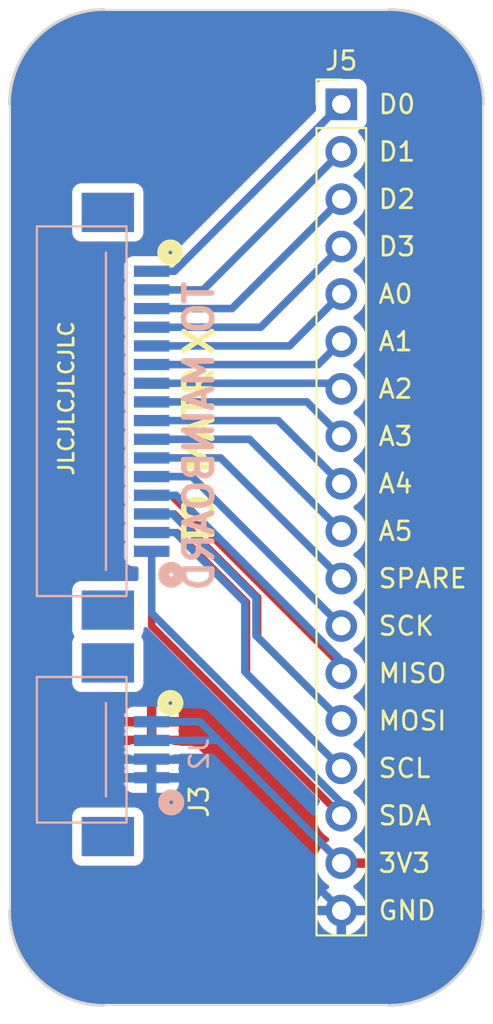
<source format=kicad_pcb>
(kicad_pcb (version 20221018) (generator pcbnew)
  (layers (0 "F.Cu" signal) (31 "B.Cu" signal) (34 "B.Paste" user) (35 "F.Paste" user) (36 "B.SilkS" user "B.Silkscreen") (37 "F.SilkS" user "F.Silkscreen") (38 "B.Mask" user) (39 "F.Mask" user) (44 "Edge.Cuts" user))
  (net 0 "")
  (net 1 "GND")
  (net 2 "SCK")
  (net 3 "MISO")
  (net 4 "MOSI")
  (net 5 "SCL")
  (net 6 "SDA")
  (net 7 "SPARE")
  (net 8 "A5")
  (net 9 "D1")
  (net 10 "A1")
  (net 11 "A0")
  (net 12 "A2")
  (net 13 "D3")
  (net 14 "D0")
  (net 15 "D2")
  (net 16 "A3")
  (net 17 "A4")
  (net 18 "+3V3")
  (footprint "Connector_PinHeader_2.54mm:PinHeader_1x18_P2.54mm_Vertical" (layer "F.Cu") (at 78.74 81.28)
    (fp_text reference "J5" (at 0 -2.33) (layer "F.SilkS"))
    (fp_text value "Conn_01x18")
    (fp_line (start -1.33 -1.33) (end 0 -1.33) (stroke (width 0.12)) (layer "F.SilkS"))
    (fp_line (start -1.33 0) (end -1.33 -1.33) (stroke (width 0.12)) (layer "F.SilkS"))
    (fp_line (start -1.33 1.27) (end -1.33 44.51) (stroke (width 0.12)) (layer "F.SilkS"))
    (fp_line (start -1.33 1.27) (end 1.33 1.27) (stroke (width 0.12)) (layer "F.SilkS"))
    (fp_line (start -1.33 44.51) (end 1.33 44.51) (stroke (width 0.12)) (layer "F.SilkS"))
    (fp_line (start 1.33 1.27) (end 1.33 44.51) (stroke (width 0.12)) (layer "F.SilkS"))
    (pad "1" thru_hole rect (at 0 0) (size 1.7 1.7) (drill 1) (layers "*.Cu" "*.Mask") (net 14 "D0"))
    (pad "2" thru_hole oval (at 0 2.54) (size 1.7 1.7) (drill 1) (layers "*.Cu" "*.Mask") (net 9 "D1"))
    (pad "3" thru_hole oval (at 0 5.08) (size 1.7 1.7) (drill 1) (layers "*.Cu" "*.Mask") (net 15 "D2"))
    (pad "4" thru_hole oval (at 0 7.62) (size 1.7 1.7) (drill 1) (layers "*.Cu" "*.Mask") (net 13 "D3"))
    (pad "5" thru_hole oval (at 0 10.16) (size 1.7 1.7) (drill 1) (layers "*.Cu" "*.Mask") (net 11 "A0"))
    (pad "6" thru_hole oval (at 0 12.7) (size 1.7 1.7) (drill 1) (layers "*.Cu" "*.Mask") (net 10 "A1"))
    (pad "7" thru_hole oval (at 0 15.24) (size 1.7 1.7) (drill 1) (layers "*.Cu" "*.Mask") (net 12 "A2"))
    (pad "8" thru_hole oval (at 0 17.78) (size 1.7 1.7) (drill 1) (layers "*.Cu" "*.Mask") (net 16 "A3"))
    (pad "9" thru_hole oval (at 0 20.32) (size 1.7 1.7) (drill 1) (layers "*.Cu" "*.Mask") (net 17 "A4"))
    (pad "10" thru_hole oval (at 0 22.86) (size 1.7 1.7) (drill 1) (layers "*.Cu" "*.Mask") (net 8 "A5"))
    (pad "11" thru_hole oval (at 0 25.4) (size 1.7 1.7) (drill 1) (layers "*.Cu" "*.Mask") (net 7 "SPARE"))
    (pad "12" thru_hole oval (at 0 27.94) (size 1.7 1.7) (drill 1) (layers "*.Cu" "*.Mask") (net 2 "SCK"))
    (pad "13" thru_hole oval (at 0 30.48) (size 1.7 1.7) (drill 1) (layers "*.Cu" "*.Mask") (net 3 "MISO"))
    (pad "14" thru_hole oval (at 0 33.02) (size 1.7 1.7) (drill 1) (layers "*.Cu" "*.Mask") (net 4 "MOSI"))
    (pad "15" thru_hole oval (at 0 35.56) (size 1.7 1.7) (drill 1) (layers "*.Cu" "*.Mask") (net 5 "SCL"))
    (pad "16" thru_hole oval (at 0 38.1) (size 1.7 1.7) (drill 1) (layers "*.Cu" "*.Mask") (net 6 "SDA"))
    (pad "17" thru_hole oval (at 0 40.64) (size 1.7 1.7) (drill 1) (layers "*.Cu" "*.Mask") (net 18 "+3V3"))
    (pad "18" thru_hole oval (at 0 43.18) (size 1.7 1.7) (drill 1) (layers "*.Cu" "*.Mask") (net 1 "GND"))
  )
  (footprint "Gigahawk:QUARTET_RECV_MAIN" (layer "F.Cu") (at 68.58 117.348 -90)
    (fp_text reference "J3" (at 1.27 -2.54 90) (layer "F.SilkS"))
    (fp_text value "QUARTET_RECV")
    (fp_line (start -29.53 1.35) (end -29.53 6.15) (stroke (width 0.12)) (layer "F.SilkS"))
    (fp_line (start -29.53 1.35) (end -9.73 1.35) (stroke (width 0.12)) (layer "F.SilkS"))
    (fp_line (start -29.53 6.15) (end -9.73 6.15) (stroke (width 0.12)) (layer "F.SilkS"))
    (fp_line (start -28.13 2.45) (end -11.13 2.45) (stroke (width 0.12)) (layer "F.SilkS"))
    (fp_line (start -9.73 6.15) (end -9.73 1.35) (stroke (width 0.12)) (layer "F.SilkS"))
    (fp_line (start -5.4 1.35) (end -5.4 6.15) (stroke (width 0.12)) (layer "F.SilkS"))
    (fp_line (start -5.4 1.35) (end 2.4 1.35) (stroke (width 0.12)) (layer "F.SilkS"))
    (fp_line (start -5.4 6.15) (end 2.4 6.15) (stroke (width 0.12)) (layer "F.SilkS"))
    (fp_line (start -4 2.45) (end 1 2.45) (stroke (width 0.12)) (layer "F.SilkS"))
    (fp_line (start 2.4 6.15) (end 2.4 1.35) (stroke (width 0.12)) (layer "F.SilkS"))
    (fp_circle (center -28.13 -1) (end -28.03 -1) (stroke (width 0.6)) (fill none) (layer "F.SilkS"))
    (fp_circle (center -4 -1) (end -3.9 -1) (stroke (width 0.6)) (fill none) (layer "F.SilkS"))
    (pad "1" smd rect (at -27.13 0 270) (size 0.6 1.9) (layers "F.Cu" "F.Paste" "F.Mask") (net 14 "D0"))
    (pad "2" smd rect (at -26.13 0 270) (size 0.6 1.9) (layers "F.Cu" "F.Paste" "F.Mask") (net 9 "D1"))
    (pad "3" smd rect (at -25.13 0 270) (size 0.6 1.9) (layers "F.Cu" "F.Paste" "F.Mask") (net 15 "D2"))
    (pad "4" smd rect (at -24.13 0 270) (size 0.6 1.9) (layers "F.Cu" "F.Paste" "F.Mask") (net 13 "D3"))
    (pad "5" smd rect (at -23.13 0 270) (size 0.6 1.9) (layers "F.Cu" "F.Paste" "F.Mask") (net 11 "A0"))
    (pad "6" smd rect (at -22.13 0 270) (size 0.6 1.9) (layers "F.Cu" "F.Paste" "F.Mask") (net 10 "A1"))
    (pad "7" smd rect (at -21.13 0 270) (size 0.6 1.9) (layers "F.Cu" "F.Paste" "F.Mask") (net 12 "A2"))
    (pad "8" smd rect (at -20.13 0 270) (size 0.6 1.9) (layers "F.Cu" "F.Paste" "F.Mask") (net 16 "A3"))
    (pad "9" smd rect (at -19.13 0 270) (size 0.6 1.9) (layers "F.Cu" "F.Paste" "F.Mask") (net 17 "A4"))
    (pad "10" smd rect (at -18.13 0 270) (size 0.6 1.9) (layers "F.Cu" "F.Paste" "F.Mask") (net 8 "A5"))
    (pad "11" smd rect (at -17.13 0 270) (size 0.6 1.9) (layers "F.Cu" "F.Paste" "F.Mask") (net 7 "SPARE"))
    (pad "12" smd rect (at -16.13 0 270) (size 0.6 1.9) (layers "F.Cu" "F.Paste" "F.Mask") (net 2 "SCK"))
    (pad "13" smd rect (at -15.13 0 270) (size 0.6 1.9) (layers "F.Cu" "F.Paste" "F.Mask") (net 3 "MISO"))
    (pad "14" smd rect (at -14.13 0 270) (size 0.6 1.9) (layers "F.Cu" "F.Paste" "F.Mask") (net 4 "MOSI"))
    (pad "15" smd rect (at -13.13 0 270) (size 0.6 1.9) (layers "F.Cu" "F.Paste" "F.Mask") (net 5 "SCL"))
    (pad "16" smd rect (at -12.13 0 270) (size 0.6 1.9) (layers "F.Cu" "F.Paste" "F.Mask") (net 6 "SDA"))
    (pad "17" smd rect (at -3 0 270) (size 0.6 1.9) (layers "F.Cu" "F.Paste" "F.Mask") (net 18 "+3V3"))
    (pad "18" smd rect (at -2 0 270) (size 0.6 1.9) (layers "F.Cu" "F.Paste" "F.Mask") (net 18 "+3V3"))
    (pad "19" smd rect (at -1 0 270) (size 0.6 1.9) (layers "F.Cu" "F.Paste" "F.Mask") (net 1 "GND"))
    (pad "20" smd rect (at 0 0 270) (size 0.6 1.9) (layers "F.Cu" "F.Paste" "F.Mask") (net 1 "GND"))
    (pad "MT1" smd rect (at -30.28 2.35 270) (size 2.1 2.8) (layers "F.Cu" "F.Paste" "F.Mask"))
    (pad "MT2" smd rect (at -8.98 2.35 270) (size 2.1 2.8) (layers "F.Cu" "F.Paste" "F.Mask"))
    (pad "MT3" smd rect (at -6.15 2.35 270) (size 2.1 2.8) (layers "F.Cu" "F.Paste" "F.Mask"))
    (pad "MT4" smd rect (at 3.15 2.35 270) (size 2.1 2.8) (layers "F.Cu" "F.Paste" "F.Mask"))
  )
  (footprint "Gigahawk:QUARTET_RECV_MATRIX" (layer "B.Cu") (at 68.58 117.348 90)
    (fp_text reference "J2" (at 1.27 2.54 90) (layer "B.SilkS") (effects (justify mirror)))
    (fp_text value "QUARTET_RECV")
    (fp_line (start -2.4 -6.15) (end -2.4 -1.35) (stroke (width 0.12)) (layer "B.SilkS"))
    (fp_line (start 4 -2.45) (end -1 -2.45) (stroke (width 0.12)) (layer "B.SilkS"))
    (fp_line (start 5.4 -6.15) (end -2.4 -6.15) (stroke (width 0.12)) (layer "B.SilkS"))
    (fp_line (start 5.4 -1.35) (end -2.4 -1.35) (stroke (width 0.12)) (layer "B.SilkS"))
    (fp_line (start 5.4 -1.35) (end 5.4 -6.15) (stroke (width 0.12)) (layer "B.SilkS"))
    (fp_line (start 9.73 -6.15) (end 9.73 -1.35) (stroke (width 0.12)) (layer "B.SilkS"))
    (fp_line (start 28.13 -2.45) (end 11.13 -2.45) (stroke (width 0.12)) (layer "B.SilkS"))
    (fp_line (start 29.53 -6.15) (end 9.73 -6.15) (stroke (width 0.12)) (layer "B.SilkS"))
    (fp_line (start 29.53 -1.35) (end 9.73 -1.35) (stroke (width 0.12)) (layer "B.SilkS"))
    (fp_line (start 29.53 -1.35) (end 29.53 -6.15) (stroke (width 0.12)) (layer "B.SilkS"))
    (fp_circle (center -1.318 1.048) (end -1.418 1.048) (stroke (width 0.6)) (fill none) (layer "B.SilkS"))
    (fp_circle (center 10.874 1.048) (end 10.774 1.048) (stroke (width 0.6)) (fill none) (layer "B.SilkS"))
    (pad "1" smd rect (at 27.13 0 270) (size 0.6 1.9) (layers "B.Cu" "B.Paste" "B.Mask") (net 14 "D0"))
    (pad "2" smd rect (at 26.13 0 270) (size 0.6 1.9) (layers "B.Cu" "B.Paste" "B.Mask") (net 9 "D1"))
    (pad "3" smd rect (at 25.13 0 270) (size 0.6 1.9) (layers "B.Cu" "B.Paste" "B.Mask") (net 15 "D2"))
    (pad "4" smd rect (at 24.13 0 270) (size 0.6 1.9) (layers "B.Cu" "B.Paste" "B.Mask") (net 13 "D3"))
    (pad "5" smd rect (at 23.13 0 270) (size 0.6 1.9) (layers "B.Cu" "B.Paste" "B.Mask") (net 11 "A0"))
    (pad "6" smd rect (at 22.13 0 270) (size 0.6 1.9) (layers "B.Cu" "B.Paste" "B.Mask") (net 10 "A1"))
    (pad "7" smd rect (at 21.13 0 270) (size 0.6 1.9) (layers "B.Cu" "B.Paste" "B.Mask") (net 12 "A2"))
    (pad "8" smd rect (at 20.13 0 270) (size 0.6 1.9) (layers "B.Cu" "B.Paste" "B.Mask") (net 16 "A3"))
    (pad "9" smd rect (at 19.13 0 270) (size 0.6 1.9) (layers "B.Cu" "B.Paste" "B.Mask") (net 17 "A4"))
    (pad "10" smd rect (at 18.13 0 270) (size 0.6 1.9) (layers "B.Cu" "B.Paste" "B.Mask") (net 8 "A5"))
    (pad "11" smd rect (at 17.13 0 270) (size 0.6 1.9) (layers "B.Cu" "B.Paste" "B.Mask") (net 7 "SPARE"))
    (pad "12" smd rect (at 16.13 0 270) (size 0.6 1.9) (layers "B.Cu" "B.Paste" "B.Mask") (net 2 "SCK"))
    (pad "13" smd rect (at 15.13 0 270) (size 0.6 1.9) (layers "B.Cu" "B.Paste" "B.Mask") (net 3 "MISO"))
    (pad "14" smd rect (at 14.13 0 270) (size 0.6 1.9) (layers "B.Cu" "B.Paste" "B.Mask") (net 4 "MOSI"))
    (pad "15" smd rect (at 13.13 0 270) (size 0.6 1.9) (layers "B.Cu" "B.Paste" "B.Mask") (net 5 "SCL"))
    (pad "16" smd rect (at 12.13 0 270) (size 0.6 1.9) (layers "B.Cu" "B.Paste" "B.Mask") (net 6 "SDA"))
    (pad "17" smd rect (at 3 0 270) (size 0.6 1.9) (layers "B.Cu" "B.Paste" "B.Mask") (net 18 "+3V3"))
    (pad "18" smd rect (at 2 0 270) (size 0.6 1.9) (layers "B.Cu" "B.Paste" "B.Mask") (net 18 "+3V3"))
    (pad "19" smd rect (at 1 0 270) (size 0.6 1.9) (layers "B.Cu" "B.Paste" "B.Mask") (net 1 "GND"))
    (pad "20" smd rect (at 0 0 270) (size 0.6 1.9) (layers "B.Cu" "B.Paste" "B.Mask") (net 1 "GND"))
    (pad "MT1" smd rect (at 30.28 -2.35 270) (size 2.1 2.8) (layers "B.Cu" "B.Paste" "B.Mask"))
    (pad "MT2" smd rect (at 8.98 -2.35 270) (size 2.1 2.8) (layers "B.Cu" "B.Paste" "B.Mask"))
    (pad "MT3" smd rect (at 6.15 -2.35 270) (size 2.1 2.8) (layers "B.Cu" "B.Paste" "B.Mask"))
    (pad "MT4" smd rect (at -3.15 -2.35 270) (size 2.1 2.8) (layers "B.Cu" "B.Paste" "B.Mask"))
  )
  (gr_line (start 66.04 129.54) (end 81.28 129.54) (stroke (width 0.05)) (layer "Edge.Cuts"))
  (gr_line (start 86.36 124.46) (end 86.36 81.28) (stroke (width 0.05)) (layer "Edge.Cuts"))
  (gr_line (start 81.28 76.2) (end 66.04 76.2) (stroke (width 0.05)) (layer "Edge.Cuts"))
  (gr_line (start 60.96 81.28) (end 60.96 124.46) (stroke (width 0.05)) (layer "Edge.Cuts"))
  (gr_arc (start 66.04 129.54) (mid 62.447898 128.052102) (end 60.96 124.46) (stroke (width 0.15)) (layer "Edge.Cuts"))
  (gr_arc (start 81.28 76.2) (mid 84.872102 77.687898) (end 86.36 81.28) (stroke (width 0.15)) (layer "Edge.Cuts"))
  (gr_arc (start 86.36 124.46) (mid 84.872102 128.052102) (end 81.28 129.54) (stroke (width 0.15)) (layer "Edge.Cuts"))
  (gr_arc (start 60.96 81.28) (mid 62.447898 77.687898) (end 66.04 76.2) (stroke (width 0.15)) (layer "Edge.Cuts"))
  (gr_text "TO MAINBOARD" (at 71.12 99.06 90) (layer "B.SilkS") (effects (font (size 1.5 1.5) (thickness 0.3)) (justify mirror)))
  (gr_text "SCL" (at 80.645 116.84) (layer "F.SilkS") (effects (font (size 1 1)) (justify left)))
  (gr_text "MOSI" (at 80.645 114.3) (layer "F.SilkS") (effects (font (size 1 1)) (justify left)))
  (gr_text "MISO" (at 80.645 111.76) (layer "F.SilkS") (effects (font (size 1 1)) (justify left)))
  (gr_text "SCK" (at 80.645 109.22) (layer "F.SilkS") (effects (font (size 1 1)) (justify left)))
  (gr_text "SPARE" (at 80.645 106.68) (layer "F.SilkS") (effects (font (size 1 1)) (justify left)))
  (gr_text "A5" (at 80.645 104.14) (layer "F.SilkS") (effects (font (size 1 1)) (justify left)))
  (gr_text "A4" (at 80.645 101.6) (layer "F.SilkS") (effects (font (size 1 1)) (justify left)))
  (gr_text "A3" (at 80.645 99.06) (layer "F.SilkS") (effects (font (size 1 1)) (justify left)))
  (gr_text "A2" (at 80.645 96.52) (layer "F.SilkS") (effects (font (size 1 1)) (justify left)))
  (gr_text "A1" (at 80.645 93.98) (layer "F.SilkS") (effects (font (size 1 1)) (justify left)))
  (gr_text "A0" (at 80.645 91.44) (layer "F.SilkS") (effects (font (size 1 1)) (justify left)))
  (gr_text "D3" (at 80.645 88.9) (layer "F.SilkS") (effects (font (size 1 1)) (justify left)))
  (gr_text "D2" (at 80.645 86.36) (layer "F.SilkS") (effects (font (size 1 1)) (justify left)))
  (gr_text "D1" (at 80.645 83.82) (layer "F.SilkS") (effects (font (size 1 1)) (justify left)))
  (gr_text "D0" (at 80.645 81.28) (layer "F.SilkS") (effects (font (size 1 1)) (justify left)))
  (gr_text "GND" (at 80.645 124.46) (layer "F.SilkS") (effects (font (size 1 1)) (justify left)))
  (gr_text "3V3" (at 80.645 121.92) (layer "F.SilkS") (effects (font (size 1 1)) (justify left)))
  (gr_text "JLCJLCJLCJLC" (at 64.008 97.028 90) (layer "F.SilkS") (effects (font (size 0.8 0.8))))
  (gr_text "SDA" (at 80.645 119.38) (layer "F.SilkS") (effects (font (size 1 1)) (justify left)))
  (gr_text "TO MATRIX" (at 71.12 99.06 90) (layer "F.SilkS") (effects (font (size 1.5 1.5) (thickness 0.3))))
  (segment (start 70.628 116.348) (end 71.628 117.348) (width 0.4) (layer "F.Cu") (net 1))
  (segment (start 68.58 116.348) (end 70.628 116.348) (width 0.4) (layer "F.Cu") (net 1))
  (segment (start 71.628 117.348) (end 78.74 124.46) (width 0.4) (layer "F.Cu") (net 1))
  (segment (start 68.58 116.348) (end 68.58 117.348) (width 0.4) (layer "F.Cu") (net 1))
  (segment (start 68.58 117.348) (end 71.628 117.348) (width 0.4) (layer "F.Cu") (net 1))
  (segment (start 71.628 117.348) (end 68.58 117.348) (width 0.4) (layer "B.Cu") (net 1))
  (segment (start 68.58 117.348) (end 68.58 116.348) (width 0.4) (layer "B.Cu") (net 1))
  (segment (start 78.74 124.46) (end 71.628 117.348) (width 0.4) (layer "B.Cu") (net 1))
  (segment (start 70.738 101.218) (end 78.74 109.22) (width 0.4) (layer "F.Cu") (net 2))
  (segment (start 68.58 101.218) (end 70.738 101.218) (width 0.4) (layer "F.Cu") (net 2))
  (segment (start 70.738 101.218) (end 68.58 101.218) (width 0.4) (layer "B.Cu") (net 2))
  (segment (start 78.74 109.22) (end 70.738 101.218) (width 0.4) (layer "B.Cu") (net 2))
  (segment (start 78.74 111.76) (end 78.74 111.330916) (width 0.4) (layer "F.Cu") (net 3))
  (segment (start 69.627084 102.218) (end 68.58 102.218) (width 0.4) (layer "F.Cu") (net 3))
  (segment (start 78.74 111.330916) (end 69.627084 102.218) (width 0.4) (layer "F.Cu") (net 3))
  (segment (start 78.74 111.76) (end 78.74 111.407998) (width 0.4) (layer "F.Cu") (net 3))
  (segment (start 68.58 102.218) (end 69.887998 102.218) (width 0.4) (layer "B.Cu") (net 3))
  (segment (start 78.74 111.070002) (end 78.74 111.76) (width 0.4) (layer "B.Cu") (net 3))
  (segment (start 69.887998 102.218) (end 78.74 111.070002) (width 0.4) (layer "B.Cu") (net 3))
  (segment (start 69.778542 103.218) (end 68.58 103.218) (width 0.4) (layer "F.Cu") (net 4))
  (segment (start 74.26001 107.699468) (end 69.778542 103.218) (width 0.4) (layer "F.Cu") (net 4))
  (segment (start 74.260009 109.820009) (end 74.26001 107.699468) (width 0.4) (layer "F.Cu") (net 4))
  (segment (start 78.74 114.3) (end 74.260009 109.820009) (width 0.4) (layer "F.Cu") (net 4))
  (segment (start 74.168 109.728) (end 74.168 107.696) (width 0.4) (layer "B.Cu") (net 4))
  (segment (start 78.74 114.3) (end 74.168 109.728) (width 0.4) (layer "B.Cu") (net 4))
  (segment (start 69.69 103.218) (end 68.58 103.218) (width 0.4) (layer "B.Cu") (net 4))
  (segment (start 74.168 107.696) (end 69.69 103.218) (width 0.4) (layer "B.Cu") (net 4))
  (segment (start 69.93 104.218) (end 73.66 107.948) (width 0.4) (layer "F.Cu") (net 5))
  (segment (start 73.66 111.76) (end 78.74 116.84) (width 0.4) (layer "F.Cu") (net 5))
  (segment (start 68.58 104.218) (end 69.93 104.218) (width 0.4) (layer "F.Cu") (net 5))
  (segment (start 73.66 107.948) (end 73.66 111.76) (width 0.4) (layer "F.Cu") (net 5))
  (segment (start 69.841458 104.218) (end 68.58 104.218) (width 0.4) (layer "B.Cu") (net 5))
  (segment (start 78.74 116.84) (end 73.56799 111.66799) (width 0.4) (layer "B.Cu") (net 5))
  (segment (start 73.56799 107.944532) (end 69.841458 104.218) (width 0.4) (layer "B.Cu") (net 5))
  (segment (start 73.56799 111.66799) (end 73.56799 107.944532) (width 0.4) (layer "B.Cu") (net 5))
  (segment (start 68.58 109.22) (end 68.58 105.218) (width 0.4) (layer "F.Cu") (net 6))
  (segment (start 78.74 119.38) (end 68.58 109.22) (width 0.4) (layer "F.Cu") (net 6))
  (segment (start 68.58 105.218) (end 68.58 108.530002) (width 0.4) (layer "B.Cu") (net 6))
  (segment (start 68.58 108.530002) (end 78.74 118.690002) (width 0.4) (layer "B.Cu") (net 6))
  (segment (start 78.74 118.690002) (end 78.74 119.38) (width 0.4) (layer "B.Cu") (net 6))
  (segment (start 78.74 106.68) (end 72.278 100.218) (width 0.4) (layer "F.Cu") (net 7))
  (segment (start 72.278 100.218) (end 68.58 100.218) (width 0.4) (layer "F.Cu") (net 7))
  (segment (start 78.74 106.68) (end 72.278 100.218) (width 0.4) (layer "B.Cu") (net 7))
  (segment (start 72.278 100.218) (end 68.58 100.218) (width 0.4) (layer "B.Cu") (net 7))
  (segment (start 73.818 99.218) (end 68.58 99.218) (width 0.4) (layer "F.Cu") (net 8))
  (segment (start 78.74 104.14) (end 73.818 99.218) (width 0.4) (layer "F.Cu") (net 8))
  (segment (start 73.818 99.218) (end 68.58 99.218) (width 0.4) (layer "B.Cu") (net 8))
  (segment (start 78.74 104.14) (end 73.818 99.218) (width 0.4) (layer "B.Cu") (net 8))
  (segment (start 78.74 83.82) (end 71.342 91.218) (width 0.4) (layer "F.Cu") (net 9))
  (segment (start 71.342 91.218) (end 68.58 91.218) (width 0.4) (layer "F.Cu") (net 9))
  (segment (start 78.74 83.82) (end 71.342 91.218) (width 0.4) (layer "B.Cu") (net 9))
  (segment (start 71.342 91.218) (end 68.58 91.218) (width 0.4) (layer "B.Cu") (net 9))
  (segment (start 78.74 93.98) (end 77.502 95.218) (width 0.4) (layer "F.Cu") (net 10))
  (segment (start 77.502 95.218) (end 68.58 95.218) (width 0.4) (layer "F.Cu") (net 10))
  (segment (start 77.502 95.218) (end 68.58 95.218) (width 0.4) (layer "B.Cu") (net 10))
  (segment (start 78.74 93.98) (end 77.502 95.218) (width 0.4) (layer "B.Cu") (net 10))
  (segment (start 75.962 94.218) (end 68.58 94.218) (width 0.4) (layer "F.Cu") (net 11))
  (segment (start 78.74 91.44) (end 75.962 94.218) (width 0.4) (layer "F.Cu") (net 11))
  (segment (start 75.962 94.218) (end 68.58 94.218) (width 0.4) (layer "B.Cu") (net 11))
  (segment (start 78.74 91.44) (end 75.962 94.218) (width 0.4) (layer "B.Cu") (net 11))
  (segment (start 78.74 96.52) (end 78.438 96.218) (width 0.4) (layer "F.Cu") (net 12))
  (segment (start 78.438 96.218) (end 68.58 96.218) (width 0.4) (layer "F.Cu") (net 12))
  (segment (start 78.438 96.218) (end 68.58 96.218) (width 0.4) (layer "B.Cu") (net 12))
  (segment (start 78.74 96.52) (end 78.438 96.218) (width 0.4) (layer "B.Cu") (net 12))
  (segment (start 74.422 93.218) (end 68.58 93.218) (width 0.4) (layer "F.Cu") (net 13))
  (segment (start 78.74 88.9) (end 74.422 93.218) (width 0.4) (layer "F.Cu") (net 13))
  (segment (start 78.74 88.9) (end 74.422 93.218) (width 0.4) (layer "B.Cu") (net 13))
  (segment (start 74.422 93.218) (end 68.58 93.218) (width 0.4) (layer "B.Cu") (net 13))
  (segment (start 69.802 90.218) (end 78.74 81.28) (width 0.4) (layer "F.Cu") (net 14))
  (segment (start 68.58 90.218) (end 69.802 90.218) (width 0.4) (layer "F.Cu") (net 14))
  (segment (start 68.58 90.218) (end 69.802 90.218) (width 0.4) (layer "B.Cu") (net 14))
  (segment (start 69.802 90.218) (end 78.74 81.28) (width 0.4) (layer "B.Cu") (net 14))
  (segment (start 72.882 92.218) (end 68.58 92.218) (width 0.4) (layer "F.Cu") (net 15))
  (segment (start 78.74 86.36) (end 72.882 92.218) (width 0.4) (layer "F.Cu") (net 15))
  (segment (start 78.74 86.36) (end 72.882 92.218) (width 0.4) (layer "B.Cu") (net 15))
  (segment (start 72.882 92.218) (end 68.58 92.218) (width 0.4) (layer "B.Cu") (net 15))
  (segment (start 76.898 97.218) (end 68.58 97.218) (width 0.4) (layer "F.Cu") (net 16))
  (segment (start 78.74 99.06) (end 76.898 97.218) (width 0.4) (layer "F.Cu") (net 16))
  (segment (start 76.898 97.218) (end 68.58 97.218) (width 0.4) (layer "B.Cu") (net 16))
  (segment (start 78.74 99.06) (end 76.898 97.218) (width 0.4) (layer "B.Cu") (net 16))
  (segment (start 75.358 98.218) (end 68.58 98.218) (width 0.4) (layer "F.Cu") (net 17))
  (segment (start 78.74 101.6) (end 75.358 98.218) (width 0.4) (layer "F.Cu") (net 17))
  (segment (start 75.358 98.218) (end 68.58 98.218) (width 0.4) (layer "B.Cu") (net 17))
  (segment (start 78.74 101.6) (end 75.358 98.218) (width 0.4) (layer "B.Cu") (net 17))
  (segment (start 78.74 121.92) (end 72.168 115.348) (width 0.4) (layer "F.Cu") (net 18))
  (segment (start 72.168 115.348) (end 68.58 115.348) (width 0.4) (layer "F.Cu") (net 18))
  (segment (start 72.104 115.348) (end 68.58 115.348) (width 0.4) (layer "B.Cu") (net 18))
  (segment (start 68.58 114.348) (end 71.168 114.348) (width 0.4) (layer "B.Cu") (net 18))
  (segment (start 71.168 114.348) (end 72.136 115.316) (width 0.4) (layer "B.Cu") (net 18))
  (segment (start 68.58 114.348) (end 68.58 115.348) (width 0.4) (layer "B.Cu") (net 18))
  (segment (start 78.74 121.92) (end 72.136 115.316) (width 0.4) (layer "B.Cu") (net 18))
  (segment (start 72.136 115.316) (end 72.104 115.348) (width 0.4) (layer "B.Cu") (net 18))
  (zone (net 18) (net_name "+3V3") (layer "F.Cu") (connect_pads (clearance 0.508)) (min_thickness 0.254) (fill yes (thermal_gap 0.508) (thermal_bridge_width 0.508))
    (polygon (pts (xy 86.868 130.048) (xy 60.452 130.048) (xy 60.452 75.692) (xy 86.868 75.692)))
  )
  (zone (net 1) (net_name "GND") (layer "B.Cu") (connect_pads (clearance 0.508)) (min_thickness 0.254) (fill yes (thermal_gap 0.508) (thermal_bridge_width 0.508))
    (polygon (pts (xy 86.868 130.048) (xy 60.452 130.048) (xy 60.452 75.692) (xy 86.868 75.692)))
  )
)
</source>
